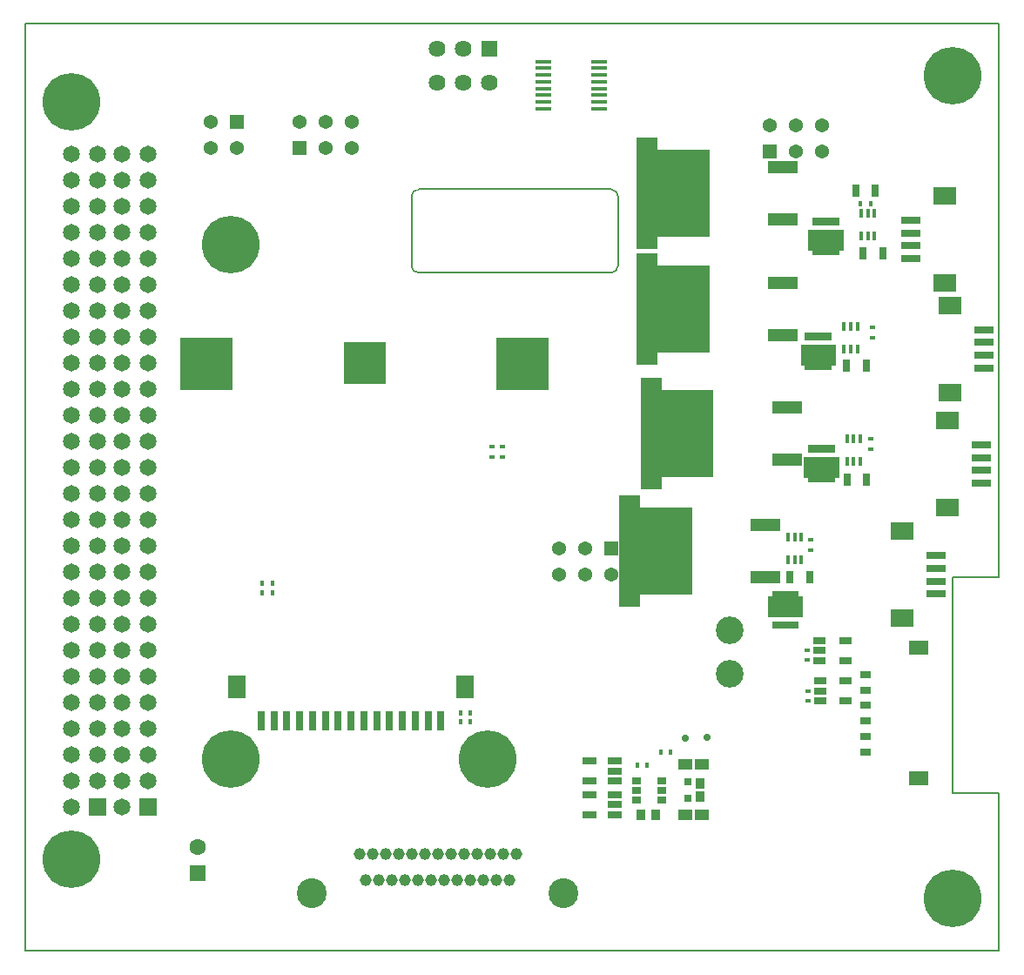
<source format=gbs>
G04*
G04 #@! TF.GenerationSoftware,Altium Limited,Altium Designer,18.1.9 (240)*
G04*
G04 Layer_Color=16711935*
%FSLAX44Y44*%
%MOMM*%
G71*
G01*
G75*
%ADD16C,0.1520*%
%ADD21R,0.8000X1.3000*%
%ADD24R,0.4500X0.6000*%
%ADD25R,0.4000X0.6000*%
%ADD31R,0.6000X0.4000*%
%ADD40R,0.6000X0.4500*%
%ADD50R,0.7000X1.3000*%
%ADD82R,0.8016X1.9016*%
%ADD83R,1.7016X2.3016*%
%ADD87C,0.7016*%
%ADD110R,1.9016X0.8016*%
%ADD111R,2.3016X1.7016*%
%ADD112R,1.3216X0.7016*%
%ADD125C,1.1684*%
%ADD126C,2.8956*%
%ADD127C,1.3716*%
%ADD128R,1.3716X1.3716*%
%ADD129R,1.6256X1.6256*%
%ADD130C,1.6256*%
%ADD131C,2.6924*%
%ADD132R,1.6516X1.6516*%
%ADD133C,1.6516*%
%ADD134C,0.1016*%
%ADD135C,1.6016*%
%ADD136R,1.6016X1.6016*%
%ADD137C,5.6016*%
%ADD178R,5.1816X5.1816*%
%ADD179R,4.0616X4.0616*%
%ADD180R,0.4516X0.9516*%
%ADD181R,2.9016X1.1516*%
%ADD182R,5.1816X8.4316*%
%ADD183R,2.0116X10.9016*%
%ADD184R,1.1016X0.7016*%
%ADD185R,1.9016X1.3516*%
%ADD186R,0.6016X0.6616*%
%ADD187R,1.3116X0.6916*%
%ADD188R,1.9016X0.6616*%
%ADD189R,1.5016X0.4516*%
%ADD190R,0.6516X0.6516*%
%ADD191R,0.8516X1.0016*%
%ADD192R,1.3516X1.0016*%
%ADD193R,0.9016X0.6516*%
%ADD194R,0.9016X1.0016*%
G36*
X732590Y320270D02*
Y313270D01*
X726190D01*
Y320270D01*
X732590D01*
D02*
G37*
G36*
X739090D02*
Y313270D01*
X732690D01*
Y320270D01*
X739090D01*
D02*
G37*
G36*
X745590D02*
Y313270D01*
X739190D01*
Y320270D01*
X745590D01*
D02*
G37*
G36*
X752090D02*
Y313270D01*
X745690D01*
Y320270D01*
X752090D01*
D02*
G37*
G36*
X752090Y344678D02*
X756158D01*
Y324358D01*
X722122D01*
Y344678D01*
X726190D01*
Y349670D01*
X732590D01*
Y344678D01*
X732690D01*
Y349670D01*
X739090D01*
Y344678D01*
X739190D01*
Y349670D01*
X745590D01*
Y344678D01*
X745690D01*
Y349670D01*
X752090D01*
Y344678D01*
D02*
G37*
G36*
X791444Y460502D02*
X787376D01*
Y455510D01*
X780976D01*
Y460502D01*
X780876D01*
Y455510D01*
X774476D01*
Y460502D01*
X774376D01*
Y455510D01*
X767976D01*
Y460502D01*
X767876D01*
Y455510D01*
X761476D01*
Y460502D01*
X757408D01*
Y480822D01*
X791444D01*
Y460502D01*
D02*
G37*
G36*
X761476Y484910D02*
Y491910D01*
X767876D01*
Y484910D01*
X761476D01*
D02*
G37*
G36*
X767976D02*
Y491910D01*
X774376D01*
Y484910D01*
X767976D01*
D02*
G37*
G36*
X774476D02*
Y491910D01*
X780876D01*
Y484910D01*
X774476D01*
D02*
G37*
G36*
X780976D02*
Y491910D01*
X787376D01*
Y484910D01*
X780976D01*
D02*
G37*
G36*
X788194Y569722D02*
X784126D01*
Y564730D01*
X777726D01*
Y569722D01*
X777626D01*
Y564730D01*
X771226D01*
Y569722D01*
X771126D01*
Y564730D01*
X764726D01*
Y569722D01*
X764626D01*
Y564730D01*
X758226D01*
Y569722D01*
X754158D01*
Y590042D01*
X788194D01*
Y569722D01*
D02*
G37*
G36*
X758226Y594130D02*
Y601130D01*
X764626D01*
Y594130D01*
X758226D01*
D02*
G37*
G36*
X764726D02*
Y601130D01*
X771126D01*
Y594130D01*
X764726D01*
D02*
G37*
G36*
X771226D02*
Y601130D01*
X777626D01*
Y594130D01*
X771226D01*
D02*
G37*
G36*
X777726D02*
Y601130D01*
X784126D01*
Y594130D01*
X777726D01*
D02*
G37*
G36*
X795693Y681482D02*
X791625D01*
Y676490D01*
X785225D01*
Y681482D01*
X785125D01*
Y676490D01*
X778725D01*
Y681482D01*
X778625D01*
Y676490D01*
X772225D01*
Y681482D01*
X772125D01*
Y676490D01*
X765725D01*
Y681482D01*
X761657D01*
Y701802D01*
X795693D01*
Y681482D01*
D02*
G37*
G36*
X765725Y705890D02*
Y712890D01*
X772125D01*
Y705890D01*
X765725D01*
D02*
G37*
G36*
X772225D02*
Y712890D01*
X778625D01*
Y705890D01*
X772225D01*
D02*
G37*
G36*
X778725D02*
Y712890D01*
X785125D01*
Y705890D01*
X778725D01*
D02*
G37*
G36*
X785225D02*
Y712890D01*
X791625D01*
Y705890D01*
X785225D01*
D02*
G37*
D16*
X576580Y733724D02*
G03*
X569484Y740820I-7096J0D01*
G01*
X382680Y740820D02*
G03*
X375604Y733744I-0J-7076D01*
G01*
X375604Y666558D02*
G03*
X382642Y659520I7038J0D01*
G01*
X569299Y659520D02*
G03*
X576580Y666801I0J7281D01*
G01*
X382680Y740820D02*
X569484Y740820D01*
X375604Y733744D02*
X375604Y666558D01*
X382642Y659520D02*
X569299Y659520D01*
X576580Y666801D02*
X576580Y733724D01*
X946658Y363220D02*
Y901700D01*
X0D02*
X946658D01*
X0Y0D02*
Y901700D01*
Y0D02*
X946658D01*
Y153670D01*
X901700D02*
X946658D01*
X901700D02*
Y363220D01*
X946658D01*
D21*
X807637Y739140D02*
D03*
X826637D02*
D03*
D24*
X822440Y726440D02*
D03*
X812440D02*
D03*
X230428Y357964D02*
D03*
X240428D02*
D03*
X230268Y348344D02*
D03*
X240268D02*
D03*
D25*
X432364Y231140D02*
D03*
X423364D02*
D03*
Y223018D02*
D03*
X432364D02*
D03*
X618451Y193040D02*
D03*
X627452D02*
D03*
X604369Y180340D02*
D03*
X595369D02*
D03*
D31*
X761238Y243658D02*
D03*
Y252658D02*
D03*
X760730Y283303D02*
D03*
Y292303D02*
D03*
D40*
X763539Y400144D02*
D03*
Y390144D02*
D03*
X821999Y498251D02*
D03*
Y488251D02*
D03*
X823663Y606622D02*
D03*
Y596622D02*
D03*
X454098Y490807D02*
D03*
Y480807D02*
D03*
X464258Y490807D02*
D03*
Y480807D02*
D03*
D50*
X743864Y363220D02*
D03*
X762864D02*
D03*
X799384Y458678D02*
D03*
X818384D02*
D03*
X814984Y678180D02*
D03*
X833984D02*
D03*
X798736Y568960D02*
D03*
X817736D02*
D03*
D82*
X404364Y224000D02*
D03*
X391864D02*
D03*
X366864D02*
D03*
X379364D02*
D03*
X329364D02*
D03*
X316864D02*
D03*
X341864D02*
D03*
X354364D02*
D03*
X291864D02*
D03*
X304364D02*
D03*
X241864D02*
D03*
X229364D02*
D03*
X279364D02*
D03*
X254364D02*
D03*
X266864D02*
D03*
D83*
X427864Y257000D02*
D03*
X205864D02*
D03*
D87*
X641800Y207200D02*
D03*
X663100Y208100D02*
D03*
D110*
X885698Y359710D02*
D03*
Y347210D02*
D03*
Y372210D02*
D03*
Y384710D02*
D03*
X929640Y467360D02*
D03*
Y454860D02*
D03*
Y479860D02*
D03*
Y492360D02*
D03*
X932180Y579320D02*
D03*
Y566820D02*
D03*
Y591820D02*
D03*
Y604320D02*
D03*
X860806Y698300D02*
D03*
Y710800D02*
D03*
Y685800D02*
D03*
Y673300D02*
D03*
D111*
X852698Y408210D02*
D03*
Y323710D02*
D03*
X896640Y515860D02*
D03*
Y431360D02*
D03*
X899180Y627820D02*
D03*
Y543320D02*
D03*
X893806Y649800D02*
D03*
Y734300D02*
D03*
D112*
X548504Y151740D02*
D03*
Y132740D02*
D03*
X573404D02*
D03*
Y142240D02*
D03*
Y151740D02*
D03*
X548504Y184680D02*
D03*
Y165680D02*
D03*
X573404D02*
D03*
Y175180D02*
D03*
Y184680D02*
D03*
D125*
X331154Y68800D02*
D03*
X343854D02*
D03*
X356554D02*
D03*
X369254D02*
D03*
X381954D02*
D03*
X394654D02*
D03*
X407354D02*
D03*
X420054D02*
D03*
X432754D02*
D03*
X445454D02*
D03*
X458154D02*
D03*
X470854D02*
D03*
X324804Y94200D02*
D03*
X337504D02*
D03*
X350204D02*
D03*
X362904D02*
D03*
X375604D02*
D03*
X388304D02*
D03*
X401004D02*
D03*
X413704D02*
D03*
X426404D02*
D03*
X439104D02*
D03*
X451804D02*
D03*
X464504D02*
D03*
X477204D02*
D03*
D126*
X523559Y56100D02*
D03*
X278449D02*
D03*
D127*
X774700Y777973D02*
D03*
Y803373D02*
D03*
X749300Y777973D02*
D03*
Y803373D02*
D03*
X723900D02*
D03*
X180340Y806573D02*
D03*
Y781173D02*
D03*
X205740D02*
D03*
X266534Y806573D02*
D03*
X291934D02*
D03*
Y781173D02*
D03*
X317334Y806573D02*
D03*
Y781173D02*
D03*
X518964Y391160D02*
D03*
Y365760D02*
D03*
X544364Y391160D02*
D03*
Y365760D02*
D03*
X569764D02*
D03*
D128*
X723900Y777973D02*
D03*
X205740Y806573D02*
D03*
X266534Y781173D02*
D03*
X569764Y391160D02*
D03*
D129*
X451104Y877570D02*
D03*
D130*
X425704D02*
D03*
X400304D02*
D03*
X451104Y844550D02*
D03*
X425704D02*
D03*
X400304D02*
D03*
D131*
X684850Y311590D02*
D03*
Y269680D02*
D03*
D132*
X70104Y139800D02*
D03*
X119604D02*
D03*
D133*
X70104Y165200D02*
D03*
Y190600D02*
D03*
Y216000D02*
D03*
Y241400D02*
D03*
Y266800D02*
D03*
Y292200D02*
D03*
Y317600D02*
D03*
Y343000D02*
D03*
Y368400D02*
D03*
Y393800D02*
D03*
Y419200D02*
D03*
Y444600D02*
D03*
Y470000D02*
D03*
Y495400D02*
D03*
Y520800D02*
D03*
Y546200D02*
D03*
Y571600D02*
D03*
Y597000D02*
D03*
Y622400D02*
D03*
Y647800D02*
D03*
Y673200D02*
D03*
Y698600D02*
D03*
Y724000D02*
D03*
Y749400D02*
D03*
Y774800D02*
D03*
X44704Y139800D02*
D03*
Y165200D02*
D03*
Y190600D02*
D03*
Y216000D02*
D03*
Y241400D02*
D03*
Y266800D02*
D03*
Y292200D02*
D03*
Y317600D02*
D03*
Y343000D02*
D03*
Y368400D02*
D03*
Y393800D02*
D03*
Y419200D02*
D03*
Y444600D02*
D03*
Y470000D02*
D03*
Y495400D02*
D03*
Y520800D02*
D03*
Y546200D02*
D03*
Y571600D02*
D03*
Y597000D02*
D03*
Y622400D02*
D03*
Y647800D02*
D03*
Y673200D02*
D03*
Y698600D02*
D03*
Y724000D02*
D03*
Y749400D02*
D03*
Y774800D02*
D03*
X119604Y165200D02*
D03*
Y190600D02*
D03*
Y216000D02*
D03*
Y241400D02*
D03*
Y266800D02*
D03*
Y292200D02*
D03*
Y317600D02*
D03*
Y343000D02*
D03*
Y368400D02*
D03*
Y393800D02*
D03*
Y419200D02*
D03*
Y444600D02*
D03*
Y470000D02*
D03*
Y495400D02*
D03*
Y520800D02*
D03*
Y546200D02*
D03*
Y571600D02*
D03*
Y597000D02*
D03*
Y622400D02*
D03*
Y647800D02*
D03*
Y673200D02*
D03*
Y698600D02*
D03*
Y724000D02*
D03*
Y749400D02*
D03*
Y774800D02*
D03*
X94204Y139800D02*
D03*
Y165200D02*
D03*
Y190600D02*
D03*
Y216000D02*
D03*
Y241400D02*
D03*
Y266800D02*
D03*
Y292200D02*
D03*
Y317600D02*
D03*
Y343000D02*
D03*
Y368400D02*
D03*
Y393800D02*
D03*
Y419200D02*
D03*
Y444600D02*
D03*
Y470000D02*
D03*
Y495400D02*
D03*
Y520800D02*
D03*
Y546200D02*
D03*
Y571600D02*
D03*
Y597000D02*
D03*
Y622400D02*
D03*
Y647800D02*
D03*
Y673200D02*
D03*
Y698600D02*
D03*
Y724000D02*
D03*
Y749400D02*
D03*
Y774800D02*
D03*
D134*
X328900Y608900D02*
D03*
Y544900D02*
D03*
D135*
X167864Y101384D02*
D03*
D136*
Y75984D02*
D03*
D137*
X902004Y50800D02*
D03*
Y850900D02*
D03*
X200000Y186700D02*
D03*
X450000D02*
D03*
X200000Y686700D02*
D03*
X44704Y825500D02*
D03*
Y88900D02*
D03*
D178*
X483850Y570990D02*
D03*
X176550D02*
D03*
D179*
X330200Y571500D02*
D03*
D180*
X812904Y717120D02*
D03*
X819404D02*
D03*
X825904D02*
D03*
Y695120D02*
D03*
X819404D02*
D03*
X812904D02*
D03*
X741764Y380732D02*
D03*
X748264D02*
D03*
X754764D02*
D03*
Y402732D02*
D03*
X748264D02*
D03*
X741764D02*
D03*
X799084Y476331D02*
D03*
X805584D02*
D03*
X812084D02*
D03*
Y498331D02*
D03*
X805584D02*
D03*
X799084D02*
D03*
X796296Y585210D02*
D03*
X802796D02*
D03*
X809296D02*
D03*
Y607210D02*
D03*
X802796D02*
D03*
X796296D02*
D03*
D181*
X720152Y414020D02*
D03*
Y363220D02*
D03*
X737104Y711200D02*
D03*
Y762000D02*
D03*
Y599368D02*
D03*
Y650168D02*
D03*
X740664Y477709D02*
D03*
Y528509D02*
D03*
D182*
X622952Y388620D02*
D03*
X639904Y736600D02*
D03*
Y624768D02*
D03*
X643464Y503109D02*
D03*
D183*
X588002Y388620D02*
D03*
X604954Y736600D02*
D03*
Y624768D02*
D03*
X608514Y503109D02*
D03*
D184*
X816872Y268760D02*
D03*
Y253760D02*
D03*
Y238760D02*
D03*
Y223760D02*
D03*
Y193760D02*
D03*
Y208760D02*
D03*
D185*
X868772Y294810D02*
D03*
Y167710D02*
D03*
D186*
X768925Y709390D02*
D03*
X775425D02*
D03*
X781925D02*
D03*
X788425D02*
D03*
Y679990D02*
D03*
X781925D02*
D03*
X775425D02*
D03*
X768925D02*
D03*
X761426Y597630D02*
D03*
X767926D02*
D03*
X774426D02*
D03*
X780926D02*
D03*
Y568230D02*
D03*
X774426D02*
D03*
X767926D02*
D03*
X761426D02*
D03*
X748890Y316770D02*
D03*
X742390D02*
D03*
X735890D02*
D03*
X729390D02*
D03*
Y346170D02*
D03*
X735890D02*
D03*
X742390D02*
D03*
X748890D02*
D03*
X764676Y459010D02*
D03*
X771176D02*
D03*
X777676D02*
D03*
X784176D02*
D03*
Y488410D02*
D03*
D187*
X797788Y243460D02*
D03*
Y262460D02*
D03*
X772688D02*
D03*
Y252960D02*
D03*
Y243460D02*
D03*
X797468Y282620D02*
D03*
Y301620D02*
D03*
X772368D02*
D03*
Y292120D02*
D03*
Y282620D02*
D03*
D188*
X771176Y488410D02*
D03*
D189*
X557744Y864983D02*
D03*
Y858483D02*
D03*
Y851983D02*
D03*
Y845483D02*
D03*
Y838983D02*
D03*
Y832483D02*
D03*
Y825983D02*
D03*
Y819483D02*
D03*
X503744Y864983D02*
D03*
Y858483D02*
D03*
Y851983D02*
D03*
Y845483D02*
D03*
Y838983D02*
D03*
Y832483D02*
D03*
Y825983D02*
D03*
Y819483D02*
D03*
D190*
X644001Y164630D02*
D03*
Y148630D02*
D03*
D191*
X656002Y162880D02*
D03*
Y150380D02*
D03*
D192*
X641751Y181180D02*
D03*
X658251D02*
D03*
X641751Y132080D02*
D03*
X658251D02*
D03*
D193*
X618781Y156108D02*
D03*
Y165608D02*
D03*
Y146608D02*
D03*
X594781D02*
D03*
Y165608D02*
D03*
Y156108D02*
D03*
D194*
X613044Y132080D02*
D03*
X599044D02*
D03*
M02*

</source>
